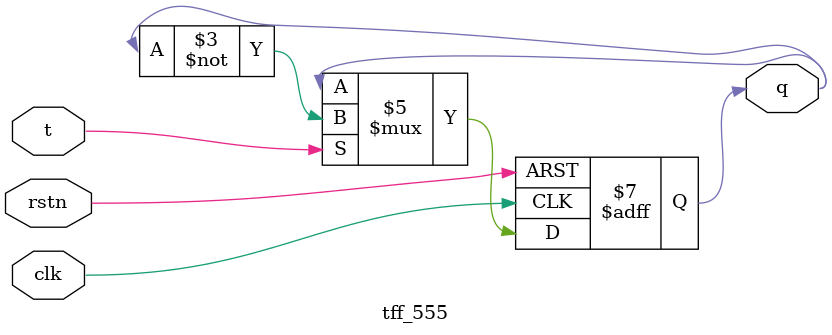
<source format=v>
`timescale 1ns / 1ps
module tff_555(clk,t,rstn,q
);
input clk,t,rstn;
output reg q;
always@(negedge clk or posedge rstn)begin
if(rstn)
q<=0;
else begin
if(t==0)
q<=q;
else
q<=~q;
end
end
endmodule
</source>
